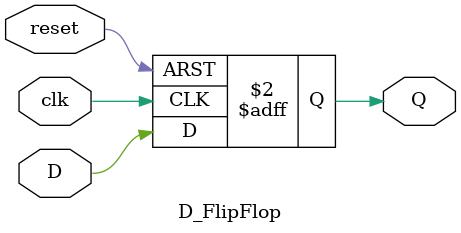
<source format=v>
`timescale 1ns / 1ps

module D_FlipFlop(input D, input clk, input reset, output reg Q);

always @(posedge clk, posedge reset)
begin
    if (reset)
        Q <= 1'b0;
    else
        Q <= D;
end

endmodule

</source>
